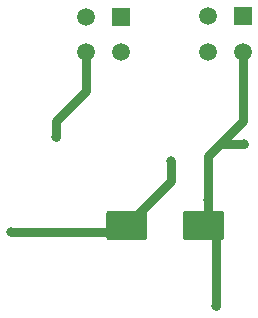
<source format=gbr>
%TF.GenerationSoftware,KiCad,Pcbnew,(5.1.6)-1*%
%TF.CreationDate,2020-11-25T11:58:53+11:00*%
%TF.ProjectId,JETT Station Select Placard PCB V1,4a455454-2053-4746-9174-696f6e205365,rev?*%
%TF.SameCoordinates,Original*%
%TF.FileFunction,Copper,L2,Bot*%
%TF.FilePolarity,Positive*%
%FSLAX46Y46*%
G04 Gerber Fmt 4.6, Leading zero omitted, Abs format (unit mm)*
G04 Created by KiCad (PCBNEW (5.1.6)-1) date 2020-11-25 11:58:53*
%MOMM*%
%LPD*%
G01*
G04 APERTURE LIST*
%TA.AperFunction,ComponentPad*%
%ADD10C,1.520000*%
%TD*%
%TA.AperFunction,ComponentPad*%
%ADD11R,1.520000X1.520000*%
%TD*%
%TA.AperFunction,ViaPad*%
%ADD12C,0.800000*%
%TD*%
%TA.AperFunction,Conductor*%
%ADD13C,0.750000*%
%TD*%
G04 APERTURE END LIST*
D10*
%TO.P,J2,4*%
%TO.N,Net-(C1-Pad2)*%
X141068801Y-87884000D03*
%TO.P,J2,3*%
%TO.N,Net-(D8-Pad2)*%
X144068800Y-87884000D03*
%TO.P,J2,2*%
%TO.N,Net-(C1-Pad1)*%
X141068801Y-84884001D03*
D11*
%TO.P,J2,1*%
%TO.N,Net-(J1-Pad2)*%
X144068800Y-84884001D03*
%TD*%
D10*
%TO.P,J1,4*%
%TO.N,Net-(D1-Pad4)*%
X151381201Y-87835999D03*
%TO.P,J1,3*%
%TO.N,Net-(C1-Pad2)*%
X154381200Y-87835999D03*
%TO.P,J1,2*%
%TO.N,Net-(J1-Pad2)*%
X151381201Y-84836000D03*
D11*
%TO.P,J1,1*%
%TO.N,Net-(C1-Pad1)*%
X154381200Y-84836000D03*
%TD*%
%TO.P,C1,2*%
%TO.N,Net-(C1-Pad2)*%
%TA.AperFunction,SMDPad,CuDef*%
G36*
G01*
X149276000Y-103565200D02*
X149276000Y-101565200D01*
G75*
G02*
X149526000Y-101315200I250000J0D01*
G01*
X152526000Y-101315200D01*
G75*
G02*
X152776000Y-101565200I0J-250000D01*
G01*
X152776000Y-103565200D01*
G75*
G02*
X152526000Y-103815200I-250000J0D01*
G01*
X149526000Y-103815200D01*
G75*
G02*
X149276000Y-103565200I0J250000D01*
G01*
G37*
%TD.AperFunction*%
%TO.P,C1,1*%
%TO.N,Net-(C1-Pad1)*%
%TA.AperFunction,SMDPad,CuDef*%
G36*
G01*
X142776000Y-103565200D02*
X142776000Y-101565200D01*
G75*
G02*
X143026000Y-101315200I250000J0D01*
G01*
X146026000Y-101315200D01*
G75*
G02*
X146276000Y-101565200I0J-250000D01*
G01*
X146276000Y-103565200D01*
G75*
G02*
X146026000Y-103815200I-250000J0D01*
G01*
X143026000Y-103815200D01*
G75*
G02*
X142776000Y-103565200I0J250000D01*
G01*
G37*
%TD.AperFunction*%
%TD*%
D12*
%TO.N,Net-(C1-Pad2)*%
X152061799Y-109355001D03*
X151420800Y-100366800D03*
X154472499Y-95646099D03*
X138539401Y-95105401D03*
%TO.N,Net-(C1-Pad1)*%
X134710000Y-103135600D03*
X148293401Y-97121399D03*
%TD*%
D13*
%TO.N,Net-(C1-Pad2)*%
X152061799Y-103600999D02*
X151026000Y-102565200D01*
X152061799Y-109355001D02*
X152061799Y-103600999D01*
X151420800Y-102170400D02*
X151026000Y-102565200D01*
X151420800Y-100366800D02*
X151420800Y-102170400D01*
X154381200Y-93705398D02*
X154381200Y-87835999D01*
X151420800Y-100366800D02*
X151420800Y-96665798D01*
X152440499Y-95646099D02*
X154472499Y-95646099D01*
X152440499Y-95646099D02*
X154381200Y-93705398D01*
X151420800Y-96665798D02*
X152440499Y-95646099D01*
X154472499Y-95646099D02*
X154472499Y-95646099D01*
X138539401Y-95105401D02*
X138539401Y-93728359D01*
X141068801Y-91198959D02*
X141068801Y-87884000D01*
X138539401Y-93728359D02*
X141068801Y-91198959D01*
%TO.N,Net-(C1-Pad1)*%
X143955600Y-103135600D02*
X144526000Y-102565200D01*
X134710000Y-103135600D02*
X143955600Y-103135600D01*
X148293401Y-98797799D02*
X144526000Y-102565200D01*
X148293401Y-97121399D02*
X148293401Y-98797799D01*
%TD*%
M02*

</source>
